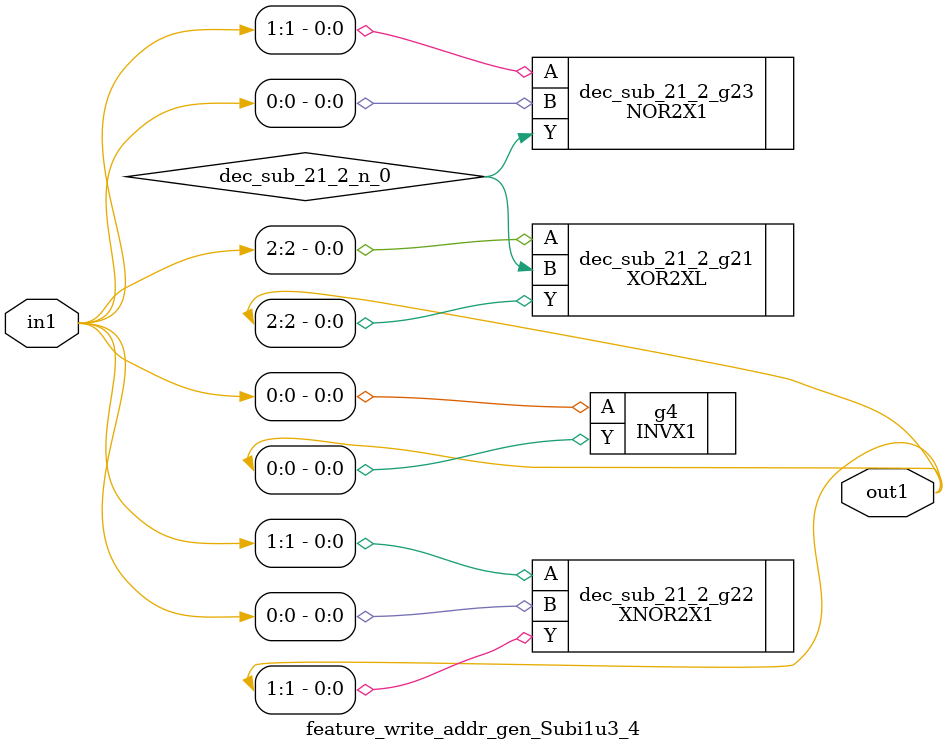
<source format=v>
`timescale 1ps / 1ps


module feature_write_addr_gen_Subi1u3_4(in1, out1);
  input [2:0] in1;
  output [2:0] out1;
  wire [2:0] in1;
  wire [2:0] out1;
  wire dec_sub_21_2_n_0;
  INVX1 g4(.A (in1[0]), .Y (out1[0]));
  XOR2XL dec_sub_21_2_g21(.A (in1[2]), .B (dec_sub_21_2_n_0), .Y
       (out1[2]));
  XNOR2X1 dec_sub_21_2_g22(.A (in1[1]), .B (in1[0]), .Y (out1[1]));
  NOR2X1 dec_sub_21_2_g23(.A (in1[1]), .B (in1[0]), .Y
       (dec_sub_21_2_n_0));
endmodule


</source>
